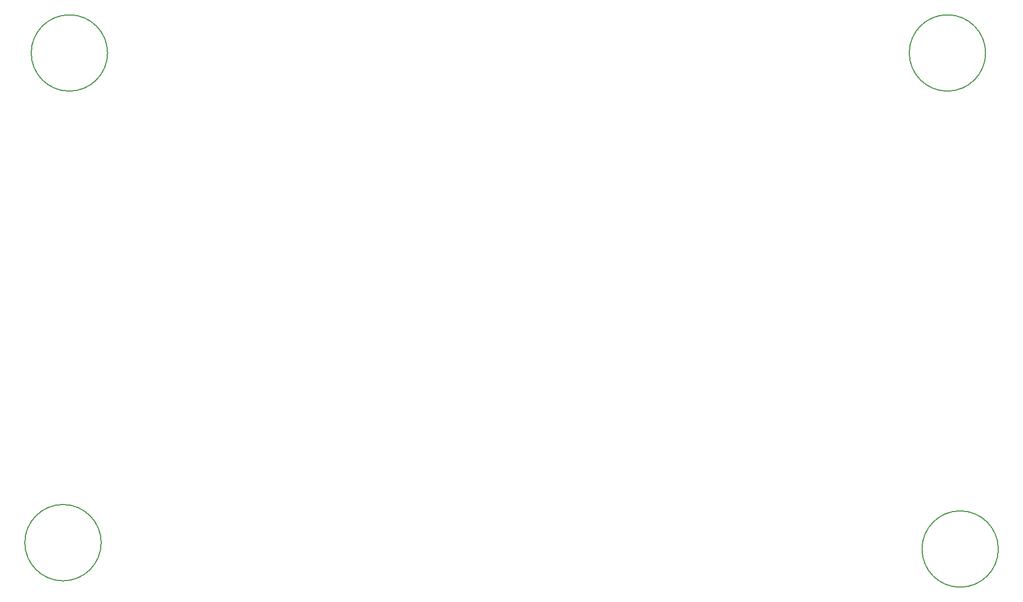
<source format=gbo>
G04 #@! TF.GenerationSoftware,KiCad,Pcbnew,7.0.7*
G04 #@! TF.CreationDate,2023-09-30T17:48:29+09:00*
G04 #@! TF.ProjectId,ind-assemble_L,696e642d-6173-4736-956d-626c655f4c2e,rev?*
G04 #@! TF.SameCoordinates,Original*
G04 #@! TF.FileFunction,Legend,Bot*
G04 #@! TF.FilePolarity,Positive*
%FSLAX46Y46*%
G04 Gerber Fmt 4.6, Leading zero omitted, Abs format (unit mm)*
G04 Created by KiCad (PCBNEW 7.0.7) date 2023-09-30 17:48:29*
%MOMM*%
%LPD*%
G01*
G04 APERTURE LIST*
%ADD10C,0.150000*%
G04 APERTURE END LIST*
D10*
X38625000Y-109625000D02*
G75*
G03*
X38625000Y-109625000I-6000000J0D01*
G01*
X39625000Y-32625000D02*
G75*
G03*
X39625000Y-32625000I-6000000J0D01*
G01*
X179625000Y-110625000D02*
G75*
G03*
X179625000Y-110625000I-6000000J0D01*
G01*
X177625000Y-32625000D02*
G75*
G03*
X177625000Y-32625000I-6000000J0D01*
G01*
M02*

</source>
